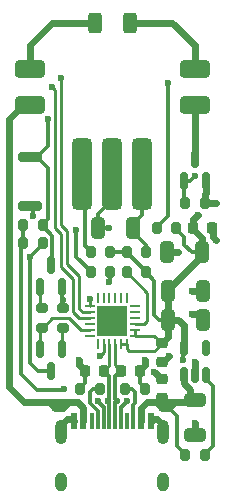
<source format=gtl>
%TF.GenerationSoftware,KiCad,Pcbnew,(6.0.4)*%
%TF.CreationDate,2023-01-26T18:28:49+01:00*%
%TF.ProjectId,hair-01,68616972-2d30-4312-9e6b-696361645f70,rev?*%
%TF.SameCoordinates,Original*%
%TF.FileFunction,Copper,L1,Top*%
%TF.FilePolarity,Positive*%
%FSLAX46Y46*%
G04 Gerber Fmt 4.6, Leading zero omitted, Abs format (unit mm)*
G04 Created by KiCad (PCBNEW (6.0.4)) date 2023-01-26 18:28:49*
%MOMM*%
%LPD*%
G01*
G04 APERTURE LIST*
G04 Aperture macros list*
%AMRoundRect*
0 Rectangle with rounded corners*
0 $1 Rounding radius*
0 $2 $3 $4 $5 $6 $7 $8 $9 X,Y pos of 4 corners*
0 Add a 4 corners polygon primitive as box body*
4,1,4,$2,$3,$4,$5,$6,$7,$8,$9,$2,$3,0*
0 Add four circle primitives for the rounded corners*
1,1,$1+$1,$2,$3*
1,1,$1+$1,$4,$5*
1,1,$1+$1,$6,$7*
1,1,$1+$1,$8,$9*
0 Add four rect primitives between the rounded corners*
20,1,$1+$1,$2,$3,$4,$5,0*
20,1,$1+$1,$4,$5,$6,$7,0*
20,1,$1+$1,$6,$7,$8,$9,0*
20,1,$1+$1,$8,$9,$2,$3,0*%
G04 Aperture macros list end*
%TA.AperFunction,SMDPad,CuDef*%
%ADD10RoundRect,0.375000X0.925000X-0.375000X0.925000X0.375000X-0.925000X0.375000X-0.925000X-0.375000X0*%
%TD*%
%TA.AperFunction,SMDPad,CuDef*%
%ADD11RoundRect,0.200000X-0.200000X-0.275000X0.200000X-0.275000X0.200000X0.275000X-0.200000X0.275000X0*%
%TD*%
%TA.AperFunction,SMDPad,CuDef*%
%ADD12RoundRect,0.200000X0.200000X0.275000X-0.200000X0.275000X-0.200000X-0.275000X0.200000X-0.275000X0*%
%TD*%
%TA.AperFunction,SMDPad,CuDef*%
%ADD13RoundRect,0.218750X0.256250X-0.218750X0.256250X0.218750X-0.256250X0.218750X-0.256250X-0.218750X0*%
%TD*%
%TA.AperFunction,SMDPad,CuDef*%
%ADD14RoundRect,0.425000X-0.425000X-2.625000X0.425000X-2.625000X0.425000X2.625000X-0.425000X2.625000X0*%
%TD*%
%TA.AperFunction,SMDPad,CuDef*%
%ADD15RoundRect,0.150000X0.150000X-0.587500X0.150000X0.587500X-0.150000X0.587500X-0.150000X-0.587500X0*%
%TD*%
%TA.AperFunction,SMDPad,CuDef*%
%ADD16RoundRect,0.200000X-0.275000X0.200000X-0.275000X-0.200000X0.275000X-0.200000X0.275000X0.200000X0*%
%TD*%
%TA.AperFunction,SMDPad,CuDef*%
%ADD17R,0.600000X1.450000*%
%TD*%
%TA.AperFunction,SMDPad,CuDef*%
%ADD18R,0.300000X1.450000*%
%TD*%
%TA.AperFunction,ComponentPad*%
%ADD19O,1.000000X1.600000*%
%TD*%
%TA.AperFunction,ComponentPad*%
%ADD20O,1.000000X2.100000*%
%TD*%
%TA.AperFunction,SMDPad,CuDef*%
%ADD21RoundRect,0.250000X-0.650000X0.325000X-0.650000X-0.325000X0.650000X-0.325000X0.650000X0.325000X0*%
%TD*%
%TA.AperFunction,SMDPad,CuDef*%
%ADD22RoundRect,0.150000X-0.150000X0.587500X-0.150000X-0.587500X0.150000X-0.587500X0.150000X0.587500X0*%
%TD*%
%TA.AperFunction,SMDPad,CuDef*%
%ADD23RoundRect,0.250000X-0.325000X-0.650000X0.325000X-0.650000X0.325000X0.650000X-0.325000X0.650000X0*%
%TD*%
%TA.AperFunction,SMDPad,CuDef*%
%ADD24RoundRect,0.150000X0.150000X-0.512500X0.150000X0.512500X-0.150000X0.512500X-0.150000X-0.512500X0*%
%TD*%
%TA.AperFunction,SMDPad,CuDef*%
%ADD25RoundRect,0.225000X-0.250000X0.225000X-0.250000X-0.225000X0.250000X-0.225000X0.250000X0.225000X0*%
%TD*%
%TA.AperFunction,SMDPad,CuDef*%
%ADD26RoundRect,0.218750X-0.218750X-0.256250X0.218750X-0.256250X0.218750X0.256250X-0.218750X0.256250X0*%
%TD*%
%TA.AperFunction,SMDPad,CuDef*%
%ADD27RoundRect,0.218750X0.218750X0.256250X-0.218750X0.256250X-0.218750X-0.256250X0.218750X-0.256250X0*%
%TD*%
%TA.AperFunction,SMDPad,CuDef*%
%ADD28RoundRect,0.225000X-0.225000X-0.250000X0.225000X-0.250000X0.225000X0.250000X-0.225000X0.250000X0*%
%TD*%
%TA.AperFunction,SMDPad,CuDef*%
%ADD29RoundRect,0.200000X0.800000X-0.200000X0.800000X0.200000X-0.800000X0.200000X-0.800000X-0.200000X0*%
%TD*%
%TA.AperFunction,SMDPad,CuDef*%
%ADD30RoundRect,0.250000X-0.312500X-0.625000X0.312500X-0.625000X0.312500X0.625000X-0.312500X0.625000X0*%
%TD*%
%TA.AperFunction,SMDPad,CuDef*%
%ADD31RoundRect,0.250000X0.325000X0.650000X-0.325000X0.650000X-0.325000X-0.650000X0.325000X-0.650000X0*%
%TD*%
%TA.AperFunction,SMDPad,CuDef*%
%ADD32RoundRect,0.062500X0.062500X-0.350000X0.062500X0.350000X-0.062500X0.350000X-0.062500X-0.350000X0*%
%TD*%
%TA.AperFunction,SMDPad,CuDef*%
%ADD33RoundRect,0.062500X0.350000X-0.062500X0.350000X0.062500X-0.350000X0.062500X-0.350000X-0.062500X0*%
%TD*%
%TA.AperFunction,SMDPad,CuDef*%
%ADD34R,2.600000X2.600000*%
%TD*%
%TA.AperFunction,SMDPad,CuDef*%
%ADD35RoundRect,0.375000X-0.925000X0.375000X-0.925000X-0.375000X0.925000X-0.375000X0.925000X0.375000X0*%
%TD*%
%TA.AperFunction,SMDPad,CuDef*%
%ADD36RoundRect,0.200000X0.275000X-0.200000X0.275000X0.200000X-0.275000X0.200000X-0.275000X-0.200000X0*%
%TD*%
%TA.AperFunction,ViaPad*%
%ADD37C,0.600000*%
%TD*%
%TA.AperFunction,Conductor*%
%ADD38C,0.600000*%
%TD*%
%TA.AperFunction,Conductor*%
%ADD39C,0.250000*%
%TD*%
%TA.AperFunction,Conductor*%
%ADD40C,0.300000*%
%TD*%
G04 APERTURE END LIST*
D10*
X155590000Y-85700000D03*
X155590000Y-82700000D03*
D11*
X141034000Y-97409000D03*
X142684000Y-97409000D03*
X149670000Y-109728000D03*
X151320000Y-109728000D03*
D12*
X151447000Y-98171000D03*
X149797000Y-98171000D03*
D13*
X152781000Y-110515500D03*
X152781000Y-108940500D03*
D14*
X146050000Y-91525000D03*
X148590000Y-91525000D03*
X151130000Y-91525000D03*
D15*
X154640000Y-92123500D03*
X156540000Y-92123500D03*
X155590000Y-90248500D03*
D16*
X144399000Y-102934000D03*
X144399000Y-104584000D03*
D17*
X145340000Y-112505000D03*
X146140000Y-112505000D03*
D18*
X147340000Y-112505000D03*
X148340000Y-112505000D03*
X148840000Y-112505000D03*
X149840000Y-112505000D03*
D17*
X151040000Y-112505000D03*
X151840000Y-112505000D03*
X151840000Y-112505000D03*
X151040000Y-112505000D03*
D18*
X150340000Y-112505000D03*
X149340000Y-112505000D03*
X147840000Y-112505000D03*
X146840000Y-112505000D03*
D17*
X146140000Y-112505000D03*
X145340000Y-112505000D03*
D19*
X152910000Y-117600000D03*
X144270000Y-117600000D03*
D20*
X144270000Y-113420000D03*
X152910000Y-113420000D03*
D21*
X155575000Y-110666000D03*
X155575000Y-113616000D03*
D22*
X144333000Y-106377500D03*
X142433000Y-106377500D03*
X143383000Y-108252500D03*
D23*
X153338000Y-103886000D03*
X156288000Y-103886000D03*
D12*
X147510000Y-109728000D03*
X145860000Y-109728000D03*
D24*
X154625000Y-108579500D03*
X155575000Y-108579500D03*
X156525000Y-108579500D03*
X156525000Y-106304500D03*
X154625000Y-106304500D03*
D11*
X141034000Y-95885000D03*
X142684000Y-95885000D03*
D25*
X152781000Y-105905000D03*
X152781000Y-107455000D03*
D15*
X142433000Y-101140500D03*
X144333000Y-101140500D03*
X143383000Y-99265500D03*
D26*
X149326500Y-108204000D03*
X150901500Y-108204000D03*
D27*
X147853500Y-108204000D03*
X146278500Y-108204000D03*
D11*
X146749000Y-99822000D03*
X148399000Y-99822000D03*
D28*
X155435000Y-96139000D03*
X156985000Y-96139000D03*
D29*
X141590000Y-94300000D03*
X141590000Y-90100000D03*
D30*
X147127500Y-78740000D03*
X150052500Y-78740000D03*
D12*
X153987000Y-96139000D03*
X152337000Y-96139000D03*
D31*
X156161000Y-98171000D03*
X153211000Y-98171000D03*
D32*
X147340000Y-105950500D03*
X147840000Y-105950500D03*
X148340000Y-105950500D03*
X148840000Y-105950500D03*
X149340000Y-105950500D03*
X149840000Y-105950500D03*
D33*
X150527500Y-105263000D03*
X150527500Y-104763000D03*
X150527500Y-104263000D03*
X150527500Y-103763000D03*
X150527500Y-103263000D03*
X150527500Y-102763000D03*
D32*
X149840000Y-102075500D03*
X149340000Y-102075500D03*
X148840000Y-102075500D03*
X148340000Y-102075500D03*
X147840000Y-102075500D03*
X147340000Y-102075500D03*
D33*
X146652500Y-102763000D03*
X146652500Y-103263000D03*
X146652500Y-103763000D03*
X146652500Y-104263000D03*
X146652500Y-104763000D03*
X146652500Y-105263000D03*
D34*
X148590000Y-104013000D03*
D11*
X154750000Y-115316000D03*
X156400000Y-115316000D03*
D12*
X151447000Y-99822000D03*
X149797000Y-99822000D03*
X148399000Y-98171000D03*
X146749000Y-98171000D03*
D23*
X153338000Y-101473000D03*
X156288000Y-101473000D03*
D11*
X154750000Y-93980000D03*
X156400000Y-93980000D03*
D35*
X141590000Y-82700000D03*
X141590000Y-85700000D03*
D36*
X142621000Y-104584000D03*
X142621000Y-102934000D03*
D31*
X150319000Y-96139000D03*
X147369000Y-96139000D03*
D37*
X155829000Y-94996000D03*
X144526000Y-109728000D03*
X154559000Y-107315000D03*
X147574000Y-106934000D03*
X148336000Y-96139000D03*
X147955000Y-103378000D03*
X145796000Y-107315000D03*
X153416000Y-106934000D03*
X149225000Y-103378000D03*
X152146000Y-108331000D03*
X147955000Y-104648000D03*
X157353000Y-93980000D03*
X148336000Y-100711000D03*
X154178000Y-98171000D03*
X151384000Y-107315000D03*
X155575000Y-107442000D03*
X155321000Y-103378000D03*
X141859000Y-95123000D03*
X155575000Y-112649000D03*
X155321000Y-101473000D03*
X157353000Y-97155000D03*
X149225000Y-104648000D03*
X144399000Y-111379000D03*
X143764000Y-111379000D03*
X153416000Y-111379000D03*
X152781000Y-111379000D03*
X147370800Y-110744000D03*
X148996400Y-110744000D03*
X148183600Y-110744000D03*
X149809200Y-110744000D03*
X141605000Y-98552000D03*
X146685000Y-102108000D03*
X144373600Y-102209600D03*
X143129000Y-86868000D03*
X155575000Y-91694000D03*
X153289000Y-83820000D03*
X145542000Y-96266000D03*
X146050000Y-88900000D03*
X143510000Y-84201000D03*
X144272000Y-83439000D03*
D38*
X153338000Y-103886000D02*
X154178000Y-103886000D01*
D39*
X149340000Y-105950500D02*
X149840000Y-105950500D01*
D40*
X142240000Y-109855000D02*
X140843000Y-108458000D01*
X149797000Y-98171000D02*
X148399000Y-98171000D01*
X154686000Y-97536000D02*
X155321000Y-98171000D01*
X154686000Y-96901000D02*
X154686000Y-97536000D01*
D39*
X152768000Y-105905000D02*
X152126000Y-105263000D01*
X152126000Y-105263000D02*
X150527500Y-105263000D01*
X149987000Y-106553000D02*
X152146000Y-106553000D01*
D40*
X144399000Y-109855000D02*
X144526000Y-109728000D01*
X140843000Y-108458000D02*
X140843000Y-97600000D01*
X140843000Y-97600000D02*
X141034000Y-97409000D01*
D39*
X152781000Y-105918000D02*
X152781000Y-105905000D01*
D38*
X153338000Y-101297000D02*
X156161000Y-98474000D01*
D40*
X151447000Y-99885000D02*
X152146000Y-100584000D01*
D39*
X152781000Y-105905000D02*
X152768000Y-105905000D01*
D40*
X152527000Y-103886000D02*
X153338000Y-103886000D01*
D38*
X154625000Y-104333000D02*
X154625000Y-106304500D01*
D39*
X149840000Y-106406000D02*
X149987000Y-106553000D01*
D38*
X155829000Y-94996000D02*
X155448000Y-95377000D01*
X156161000Y-98474000D02*
X156161000Y-98171000D01*
D40*
X153987000Y-96139000D02*
X153987000Y-96202000D01*
D38*
X155435000Y-96139000D02*
X155435000Y-96253000D01*
D40*
X155321000Y-98171000D02*
X156161000Y-98171000D01*
D39*
X150527500Y-105263000D02*
X150527500Y-104763000D01*
D40*
X154559000Y-107315000D02*
X154559000Y-106370500D01*
X142240000Y-109855000D02*
X144399000Y-109855000D01*
X152146000Y-100584000D02*
X152146000Y-103505000D01*
D39*
X152146000Y-106553000D02*
X152781000Y-105918000D01*
D40*
X153987000Y-96202000D02*
X154686000Y-96901000D01*
X152146000Y-103505000D02*
X152527000Y-103886000D01*
D38*
X153338000Y-103886000D02*
X153338000Y-105348000D01*
X156161000Y-96979000D02*
X156161000Y-98171000D01*
D40*
X154559000Y-106370500D02*
X154625000Y-106304500D01*
X151447000Y-99822000D02*
X151447000Y-99821000D01*
D38*
X153338000Y-103886000D02*
X153338000Y-101473000D01*
X155448000Y-96126000D02*
X155435000Y-96139000D01*
D39*
X149840000Y-105950500D02*
X149840000Y-106406000D01*
D38*
X153338000Y-105348000D02*
X152781000Y-105905000D01*
X153338000Y-101473000D02*
X153338000Y-101297000D01*
X155448000Y-95377000D02*
X155448000Y-96126000D01*
D40*
X141034000Y-95885000D02*
X141034000Y-97409000D01*
X151447000Y-99822000D02*
X151447000Y-99885000D01*
D38*
X155435000Y-96253000D02*
X156161000Y-96979000D01*
D40*
X151447000Y-99821000D02*
X149797000Y-98171000D01*
D38*
X154178000Y-103886000D02*
X154625000Y-104333000D01*
X155575000Y-108579500D02*
X155575000Y-107442000D01*
D40*
X141859000Y-95123000D02*
X141859000Y-94569000D01*
D38*
X155321000Y-103378000D02*
X155780000Y-103378000D01*
X146278500Y-108178500D02*
X146278500Y-108204000D01*
X145796000Y-107696000D02*
X146278500Y-108178500D01*
X150901500Y-108178500D02*
X150901500Y-108204000D01*
X152077000Y-112268000D02*
X151840000Y-112505000D01*
X152400000Y-112268000D02*
X152077000Y-112268000D01*
D40*
X148399000Y-99822000D02*
X148399000Y-100648000D01*
X141859000Y-94569000D02*
X141590000Y-94300000D01*
D38*
X156400000Y-93282000D02*
X156400000Y-93980000D01*
D40*
X151320000Y-109728000D02*
X151320000Y-109664000D01*
X145860000Y-109728000D02*
X145860000Y-109664000D01*
D38*
X155575000Y-112649000D02*
X155575000Y-113616000D01*
X152910000Y-113420000D02*
X152910000Y-112778000D01*
X157099000Y-96253000D02*
X156985000Y-96139000D01*
D40*
X147369000Y-96139000D02*
X147369000Y-94947000D01*
D39*
X147840000Y-105950500D02*
X147840000Y-106668000D01*
D40*
X146278500Y-109245500D02*
X146278500Y-108204000D01*
D38*
X154178000Y-98171000D02*
X153211000Y-98171000D01*
X157099000Y-96901000D02*
X157099000Y-96253000D01*
X156400000Y-93980000D02*
X157353000Y-93980000D01*
X156540000Y-92123500D02*
X156540000Y-93142000D01*
D40*
X147369000Y-94947000D02*
X148590000Y-93726000D01*
D38*
X156540000Y-93142000D02*
X156400000Y-93282000D01*
X155780000Y-103378000D02*
X156288000Y-103886000D01*
X155321000Y-101473000D02*
X156288000Y-101473000D01*
D40*
X150901500Y-109245500D02*
X150901500Y-108204000D01*
D38*
X152146000Y-108331000D02*
X152755500Y-108940500D01*
X144780000Y-112268000D02*
X145103000Y-112268000D01*
X145796000Y-107315000D02*
X145796000Y-107696000D01*
X151384000Y-107696000D02*
X150901500Y-108178500D01*
X145103000Y-112268000D02*
X145340000Y-112505000D01*
X144270000Y-112778000D02*
X144780000Y-112268000D01*
D40*
X145860000Y-109664000D02*
X146278500Y-109245500D01*
X151320000Y-109664000D02*
X150901500Y-109245500D01*
D38*
X151384000Y-107315000D02*
X151384000Y-107696000D01*
X152910000Y-112778000D02*
X152400000Y-112268000D01*
X152895000Y-107455000D02*
X152781000Y-107455000D01*
D39*
X147840000Y-106668000D02*
X147574000Y-106934000D01*
D40*
X148590000Y-93726000D02*
X148590000Y-91525000D01*
D38*
X152755500Y-108940500D02*
X152781000Y-108940500D01*
X157353000Y-97155000D02*
X157099000Y-96901000D01*
X153416000Y-106934000D02*
X152895000Y-107455000D01*
X144270000Y-113420000D02*
X144270000Y-112778000D01*
D40*
X148399000Y-100648000D02*
X148336000Y-100711000D01*
X147369000Y-96139000D02*
X148336000Y-96139000D01*
D38*
X141590000Y-85700000D02*
X140995000Y-85700000D01*
X155370000Y-110871000D02*
X155575000Y-110666000D01*
X153416000Y-111379000D02*
X153924000Y-110871000D01*
X146140000Y-112505000D02*
X146140000Y-111342000D01*
X143764000Y-111379000D02*
X144399000Y-111379000D01*
X143256000Y-110871000D02*
X145669000Y-110871000D01*
X155575000Y-110666000D02*
X155194000Y-110285000D01*
X140995000Y-85700000D02*
X139827000Y-86868000D01*
D40*
X154750000Y-115253000D02*
X154051000Y-114554000D01*
D38*
X152781000Y-111379000D02*
X152273000Y-110871000D01*
D40*
X154750000Y-115316000D02*
X154750000Y-115253000D01*
D38*
X141097000Y-110871000D02*
X143256000Y-110871000D01*
D40*
X154051000Y-114554000D02*
X154051000Y-112014000D01*
D38*
X146140000Y-111342000D02*
X145669000Y-110871000D01*
X143256000Y-110871000D02*
X143764000Y-111379000D01*
X151040000Y-111342000D02*
X151511000Y-110871000D01*
X139827000Y-109601000D02*
X141097000Y-110871000D01*
X144399000Y-111379000D02*
X144907000Y-110871000D01*
D40*
X154051000Y-112014000D02*
X153416000Y-111379000D01*
D38*
X153416000Y-111379000D02*
X152781000Y-111379000D01*
X154625000Y-109286000D02*
X155194000Y-109855000D01*
X151511000Y-110871000D02*
X155370000Y-110871000D01*
X154625000Y-108579500D02*
X154625000Y-109286000D01*
X139827000Y-86868000D02*
X139827000Y-109601000D01*
X151040000Y-112505000D02*
X151040000Y-111342000D01*
X155194000Y-110285000D02*
X155194000Y-109855000D01*
D40*
X150319000Y-96471000D02*
X151447000Y-97599000D01*
X150319000Y-95807000D02*
X151130000Y-94996000D01*
X151130000Y-94996000D02*
X151130000Y-91525000D01*
X150319000Y-96139000D02*
X150319000Y-95807000D01*
X150319000Y-96139000D02*
X150319000Y-96471000D01*
X151447000Y-97599000D02*
X151447000Y-98171000D01*
X147840000Y-111318948D02*
X147370800Y-110849748D01*
X147370800Y-110849748D02*
X147370800Y-110744000D01*
D39*
X148840000Y-107717500D02*
X149326500Y-108204000D01*
D40*
X148840000Y-110900400D02*
X148996400Y-110744000D01*
X147840000Y-112505000D02*
X147840000Y-111318948D01*
X148840000Y-112505000D02*
X148840000Y-110900400D01*
X148996400Y-110744000D02*
X148844000Y-110591600D01*
X148844000Y-108686500D02*
X149326500Y-108204000D01*
X148844000Y-110591600D02*
X148844000Y-108686500D01*
D39*
X148840000Y-105950500D02*
X148840000Y-107717500D01*
D40*
X148336000Y-110591600D02*
X148336000Y-108686500D01*
X148336000Y-108686500D02*
X147853500Y-108204000D01*
D39*
X148340000Y-107717500D02*
X147853500Y-108204000D01*
D40*
X149809200Y-110744000D02*
X149809200Y-110849748D01*
X149340000Y-111318948D02*
X149340000Y-112505000D01*
D39*
X148340000Y-105950500D02*
X148340000Y-107717500D01*
D40*
X148340000Y-110900400D02*
X148183600Y-110744000D01*
X148340000Y-112505000D02*
X148340000Y-110900400D01*
X148183600Y-110744000D02*
X148336000Y-110591600D01*
X149809200Y-110849748D02*
X149340000Y-111318948D01*
D38*
X143510000Y-78740000D02*
X147127500Y-78740000D01*
X141590000Y-80660000D02*
X143510000Y-78740000D01*
X141590000Y-82700000D02*
X141590000Y-80660000D01*
X155590000Y-85700000D02*
X155590000Y-90248500D01*
X153670000Y-78740000D02*
X150052500Y-78740000D01*
X155590000Y-80660000D02*
X153670000Y-78740000D01*
X155590000Y-82700000D02*
X155590000Y-80660000D01*
D40*
X146685000Y-110976748D02*
X146685000Y-109982000D01*
X146939000Y-109728000D02*
X147510000Y-109728000D01*
X146685000Y-109982000D02*
X146939000Y-109728000D01*
X147340000Y-111631748D02*
X146685000Y-110976748D01*
X147340000Y-112505000D02*
X147340000Y-111631748D01*
X150495000Y-110976748D02*
X150495000Y-109982000D01*
X150241000Y-109728000D02*
X149670000Y-109728000D01*
X150340000Y-112505000D02*
X150340000Y-111131748D01*
X150495000Y-109982000D02*
X150241000Y-109728000D01*
X150340000Y-111131748D02*
X150495000Y-110976748D01*
D39*
X144333000Y-106377500D02*
X144333000Y-104650000D01*
X144333000Y-104650000D02*
X144399000Y-104584000D01*
X142685000Y-104584000D02*
X143510000Y-103759000D01*
X143510000Y-103759000D02*
X144907000Y-103759000D01*
X144907000Y-103759000D02*
X145911000Y-104763000D01*
X142433000Y-104772000D02*
X142621000Y-104584000D01*
X145911000Y-104763000D02*
X146652500Y-104763000D01*
X142621000Y-104584000D02*
X142685000Y-104584000D01*
X142433000Y-106377500D02*
X142433000Y-104772000D01*
D40*
X142288500Y-108252500D02*
X141605000Y-107569000D01*
X141605000Y-98552000D02*
X142684000Y-97473000D01*
X141605000Y-107569000D02*
X141605000Y-98552000D01*
X143383000Y-108252500D02*
X142288500Y-108252500D01*
X142684000Y-97473000D02*
X142684000Y-97409000D01*
D39*
X142433000Y-101140500D02*
X142433000Y-102746000D01*
X142433000Y-102746000D02*
X142621000Y-102934000D01*
D40*
X144399000Y-102934000D02*
X144399000Y-102235000D01*
D39*
X146652500Y-102140500D02*
X146685000Y-102108000D01*
D40*
X144399000Y-102235000D02*
X144373600Y-102209600D01*
D39*
X146652500Y-102763000D02*
X146652500Y-102140500D01*
D40*
X144333000Y-102169000D02*
X144373600Y-102209600D01*
X144333000Y-101140500D02*
X144333000Y-102169000D01*
X142684000Y-95885000D02*
X142684000Y-95822000D01*
X143510000Y-99138500D02*
X143383000Y-99265500D01*
X142684000Y-95948000D02*
X143510000Y-96774000D01*
X143129000Y-89154000D02*
X142183000Y-90100000D01*
X142684000Y-95885000D02*
X142684000Y-95948000D01*
X143510000Y-96774000D02*
X143510000Y-99138500D01*
X143129000Y-91059000D02*
X142170000Y-90100000D01*
X142170000Y-90100000D02*
X141590000Y-90100000D01*
X142684000Y-95822000D02*
X143129000Y-95377000D01*
X142183000Y-90100000D02*
X141590000Y-90100000D01*
X143129000Y-86868000D02*
X143129000Y-89154000D01*
X143129000Y-95377000D02*
X143129000Y-91059000D01*
X154640000Y-92123500D02*
X155145500Y-92123500D01*
X155145500Y-92123500D02*
X155575000Y-91694000D01*
X154640000Y-92123500D02*
X154640000Y-93870000D01*
X154640000Y-93870000D02*
X154750000Y-93980000D01*
X153289000Y-95123000D02*
X152337000Y-96075000D01*
X152337000Y-96075000D02*
X152337000Y-96139000D01*
X153289000Y-83820000D02*
X153289000Y-95123000D01*
X145542000Y-96266000D02*
X145542000Y-98552000D01*
X145542000Y-98552000D02*
X146749000Y-99759000D01*
X146749000Y-99759000D02*
X146749000Y-99822000D01*
X156400000Y-115253000D02*
X157099000Y-114554000D01*
X156525000Y-108900000D02*
X156525000Y-108579500D01*
X156400000Y-115316000D02*
X156400000Y-115253000D01*
X157099000Y-109474000D02*
X156525000Y-108900000D01*
X157099000Y-114554000D02*
X157099000Y-109474000D01*
D39*
X151511000Y-104013000D02*
X151511000Y-101600000D01*
X149797000Y-99886000D02*
X149797000Y-99822000D01*
X151261000Y-104263000D02*
X151511000Y-104013000D01*
X150527500Y-104263000D02*
X151261000Y-104263000D01*
X151511000Y-101600000D02*
X149797000Y-99886000D01*
D40*
X146304000Y-91779000D02*
X146050000Y-91525000D01*
X146749000Y-98171000D02*
X146749000Y-98108000D01*
X146304000Y-97663000D02*
X146304000Y-91779000D01*
X146749000Y-98108000D02*
X146304000Y-97663000D01*
D39*
X143764000Y-84455000D02*
X143764000Y-96139000D01*
X145288000Y-100457000D02*
X145288000Y-103251000D01*
X144272000Y-96647000D02*
X144272000Y-99441000D01*
X145288000Y-103251000D02*
X145800000Y-103763000D01*
X143510000Y-84201000D02*
X143764000Y-84455000D01*
X145800000Y-103763000D02*
X146652500Y-103763000D01*
X143764000Y-96139000D02*
X144272000Y-96647000D01*
X144272000Y-99441000D02*
X145288000Y-100457000D01*
X144272000Y-95885000D02*
X144780000Y-96393000D01*
X144780000Y-96393000D02*
X144780000Y-99187000D01*
X146062000Y-103263000D02*
X146652500Y-103263000D01*
X144780000Y-99187000D02*
X145796000Y-100203000D01*
X144272000Y-83439000D02*
X144272000Y-95885000D01*
X145796000Y-102997000D02*
X146062000Y-103263000D01*
X145796000Y-100203000D02*
X145796000Y-102997000D01*
M02*

</source>
